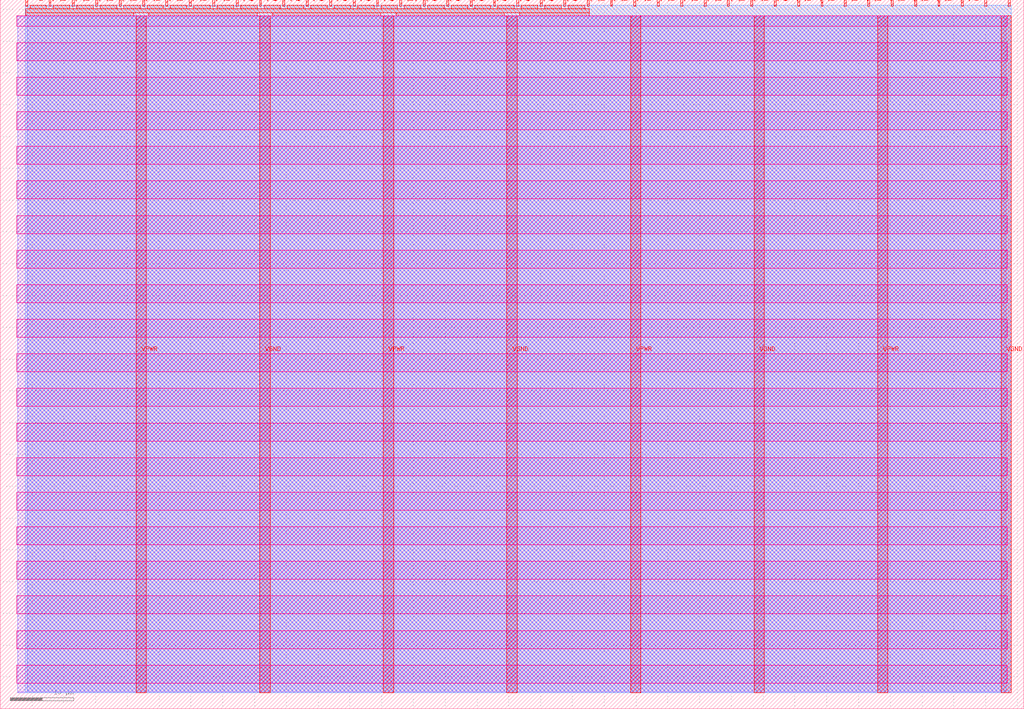
<source format=lef>
VERSION 5.7 ;
  NOWIREEXTENSIONATPIN ON ;
  DIVIDERCHAR "/" ;
  BUSBITCHARS "[]" ;
MACRO tt_um_g3f
  CLASS BLOCK ;
  FOREIGN tt_um_g3f ;
  ORIGIN 0.000 0.000 ;
  SIZE 161.000 BY 111.520 ;
  PIN VGND
    DIRECTION INOUT ;
    USE GROUND ;
    PORT
      LAYER met4 ;
        RECT 40.830 2.480 42.430 109.040 ;
    END
    PORT
      LAYER met4 ;
        RECT 79.700 2.480 81.300 109.040 ;
    END
    PORT
      LAYER met4 ;
        RECT 118.570 2.480 120.170 109.040 ;
    END
    PORT
      LAYER met4 ;
        RECT 157.440 2.480 159.040 109.040 ;
    END
  END VGND
  PIN VPWR
    DIRECTION INOUT ;
    USE POWER ;
    PORT
      LAYER met4 ;
        RECT 21.395 2.480 22.995 109.040 ;
    END
    PORT
      LAYER met4 ;
        RECT 60.265 2.480 61.865 109.040 ;
    END
    PORT
      LAYER met4 ;
        RECT 99.135 2.480 100.735 109.040 ;
    END
    PORT
      LAYER met4 ;
        RECT 138.005 2.480 139.605 109.040 ;
    END
  END VPWR
  PIN clk
    DIRECTION INPUT ;
    USE SIGNAL ;
    PORT
      LAYER met4 ;
        RECT 154.870 110.520 155.170 111.520 ;
    END
  END clk
  PIN ena
    DIRECTION INPUT ;
    USE SIGNAL ;
    PORT
      LAYER met4 ;
        RECT 158.550 110.520 158.850 111.520 ;
    END
  END ena
  PIN rst_n
    DIRECTION INPUT ;
    USE SIGNAL ;
    PORT
      LAYER met4 ;
        RECT 151.190 110.520 151.490 111.520 ;
    END
  END rst_n
  PIN ui_in[0]
    DIRECTION INPUT ;
    USE SIGNAL ;
    PORT
      LAYER met4 ;
        RECT 147.510 110.520 147.810 111.520 ;
    END
  END ui_in[0]
  PIN ui_in[1]
    DIRECTION INPUT ;
    USE SIGNAL ;
    PORT
      LAYER met4 ;
        RECT 143.830 110.520 144.130 111.520 ;
    END
  END ui_in[1]
  PIN ui_in[2]
    DIRECTION INPUT ;
    USE SIGNAL ;
    PORT
      LAYER met4 ;
        RECT 140.150 110.520 140.450 111.520 ;
    END
  END ui_in[2]
  PIN ui_in[3]
    DIRECTION INPUT ;
    USE SIGNAL ;
    PORT
      LAYER met4 ;
        RECT 136.470 110.520 136.770 111.520 ;
    END
  END ui_in[3]
  PIN ui_in[4]
    DIRECTION INPUT ;
    USE SIGNAL ;
    PORT
      LAYER met4 ;
        RECT 132.790 110.520 133.090 111.520 ;
    END
  END ui_in[4]
  PIN ui_in[5]
    DIRECTION INPUT ;
    USE SIGNAL ;
    PORT
      LAYER met4 ;
        RECT 129.110 110.520 129.410 111.520 ;
    END
  END ui_in[5]
  PIN ui_in[6]
    DIRECTION INPUT ;
    USE SIGNAL ;
    PORT
      LAYER met4 ;
        RECT 125.430 110.520 125.730 111.520 ;
    END
  END ui_in[6]
  PIN ui_in[7]
    DIRECTION INPUT ;
    USE SIGNAL ;
    PORT
      LAYER met4 ;
        RECT 121.750 110.520 122.050 111.520 ;
    END
  END ui_in[7]
  PIN uio_in[0]
    DIRECTION INPUT ;
    USE SIGNAL ;
    PORT
      LAYER met4 ;
        RECT 118.070 110.520 118.370 111.520 ;
    END
  END uio_in[0]
  PIN uio_in[1]
    DIRECTION INPUT ;
    USE SIGNAL ;
    PORT
      LAYER met4 ;
        RECT 114.390 110.520 114.690 111.520 ;
    END
  END uio_in[1]
  PIN uio_in[2]
    DIRECTION INPUT ;
    USE SIGNAL ;
    PORT
      LAYER met4 ;
        RECT 110.710 110.520 111.010 111.520 ;
    END
  END uio_in[2]
  PIN uio_in[3]
    DIRECTION INPUT ;
    USE SIGNAL ;
    PORT
      LAYER met4 ;
        RECT 107.030 110.520 107.330 111.520 ;
    END
  END uio_in[3]
  PIN uio_in[4]
    DIRECTION INPUT ;
    USE SIGNAL ;
    PORT
      LAYER met4 ;
        RECT 103.350 110.520 103.650 111.520 ;
    END
  END uio_in[4]
  PIN uio_in[5]
    DIRECTION INPUT ;
    USE SIGNAL ;
    PORT
      LAYER met4 ;
        RECT 99.670 110.520 99.970 111.520 ;
    END
  END uio_in[5]
  PIN uio_in[6]
    DIRECTION INPUT ;
    USE SIGNAL ;
    PORT
      LAYER met4 ;
        RECT 95.990 110.520 96.290 111.520 ;
    END
  END uio_in[6]
  PIN uio_in[7]
    DIRECTION INPUT ;
    USE SIGNAL ;
    ANTENNAGATEAREA 0.196500 ;
    PORT
      LAYER met4 ;
        RECT 92.310 110.520 92.610 111.520 ;
    END
  END uio_in[7]
  PIN uio_oe[0]
    DIRECTION OUTPUT TRISTATE ;
    USE SIGNAL ;
    PORT
      LAYER met4 ;
        RECT 29.750 110.520 30.050 111.520 ;
    END
  END uio_oe[0]
  PIN uio_oe[1]
    DIRECTION OUTPUT TRISTATE ;
    USE SIGNAL ;
    PORT
      LAYER met4 ;
        RECT 26.070 110.520 26.370 111.520 ;
    END
  END uio_oe[1]
  PIN uio_oe[2]
    DIRECTION OUTPUT TRISTATE ;
    USE SIGNAL ;
    PORT
      LAYER met4 ;
        RECT 22.390 110.520 22.690 111.520 ;
    END
  END uio_oe[2]
  PIN uio_oe[3]
    DIRECTION OUTPUT TRISTATE ;
    USE SIGNAL ;
    PORT
      LAYER met4 ;
        RECT 18.710 110.520 19.010 111.520 ;
    END
  END uio_oe[3]
  PIN uio_oe[4]
    DIRECTION OUTPUT TRISTATE ;
    USE SIGNAL ;
    PORT
      LAYER met4 ;
        RECT 15.030 110.520 15.330 111.520 ;
    END
  END uio_oe[4]
  PIN uio_oe[5]
    DIRECTION OUTPUT TRISTATE ;
    USE SIGNAL ;
    PORT
      LAYER met4 ;
        RECT 11.350 110.520 11.650 111.520 ;
    END
  END uio_oe[5]
  PIN uio_oe[6]
    DIRECTION OUTPUT TRISTATE ;
    USE SIGNAL ;
    PORT
      LAYER met4 ;
        RECT 7.670 110.520 7.970 111.520 ;
    END
  END uio_oe[6]
  PIN uio_oe[7]
    DIRECTION OUTPUT TRISTATE ;
    USE SIGNAL ;
    PORT
      LAYER met4 ;
        RECT 3.990 110.520 4.290 111.520 ;
    END
  END uio_oe[7]
  PIN uio_out[0]
    DIRECTION OUTPUT TRISTATE ;
    USE SIGNAL ;
    ANTENNADIFFAREA 0.445500 ;
    PORT
      LAYER met4 ;
        RECT 59.190 110.520 59.490 111.520 ;
    END
  END uio_out[0]
  PIN uio_out[1]
    DIRECTION OUTPUT TRISTATE ;
    USE SIGNAL ;
    ANTENNADIFFAREA 0.445500 ;
    PORT
      LAYER met4 ;
        RECT 55.510 110.520 55.810 111.520 ;
    END
  END uio_out[1]
  PIN uio_out[2]
    DIRECTION OUTPUT TRISTATE ;
    USE SIGNAL ;
    ANTENNADIFFAREA 0.445500 ;
    PORT
      LAYER met4 ;
        RECT 51.830 110.520 52.130 111.520 ;
    END
  END uio_out[2]
  PIN uio_out[3]
    DIRECTION OUTPUT TRISTATE ;
    USE SIGNAL ;
    ANTENNADIFFAREA 0.445500 ;
    PORT
      LAYER met4 ;
        RECT 48.150 110.520 48.450 111.520 ;
    END
  END uio_out[3]
  PIN uio_out[4]
    DIRECTION OUTPUT TRISTATE ;
    USE SIGNAL ;
    ANTENNADIFFAREA 0.445500 ;
    PORT
      LAYER met4 ;
        RECT 44.470 110.520 44.770 111.520 ;
    END
  END uio_out[4]
  PIN uio_out[5]
    DIRECTION OUTPUT TRISTATE ;
    USE SIGNAL ;
    ANTENNADIFFAREA 0.795200 ;
    PORT
      LAYER met4 ;
        RECT 40.790 110.520 41.090 111.520 ;
    END
  END uio_out[5]
  PIN uio_out[6]
    DIRECTION OUTPUT TRISTATE ;
    USE SIGNAL ;
    PORT
      LAYER met4 ;
        RECT 37.110 110.520 37.410 111.520 ;
    END
  END uio_out[6]
  PIN uio_out[7]
    DIRECTION OUTPUT TRISTATE ;
    USE SIGNAL ;
    PORT
      LAYER met4 ;
        RECT 33.430 110.520 33.730 111.520 ;
    END
  END uio_out[7]
  PIN uo_out[0]
    DIRECTION OUTPUT TRISTATE ;
    USE SIGNAL ;
    PORT
      LAYER met4 ;
        RECT 88.630 110.520 88.930 111.520 ;
    END
  END uo_out[0]
  PIN uo_out[1]
    DIRECTION OUTPUT TRISTATE ;
    USE SIGNAL ;
    PORT
      LAYER met4 ;
        RECT 84.950 110.520 85.250 111.520 ;
    END
  END uo_out[1]
  PIN uo_out[2]
    DIRECTION OUTPUT TRISTATE ;
    USE SIGNAL ;
    PORT
      LAYER met4 ;
        RECT 81.270 110.520 81.570 111.520 ;
    END
  END uo_out[2]
  PIN uo_out[3]
    DIRECTION OUTPUT TRISTATE ;
    USE SIGNAL ;
    PORT
      LAYER met4 ;
        RECT 77.590 110.520 77.890 111.520 ;
    END
  END uo_out[3]
  PIN uo_out[4]
    DIRECTION OUTPUT TRISTATE ;
    USE SIGNAL ;
    PORT
      LAYER met4 ;
        RECT 73.910 110.520 74.210 111.520 ;
    END
  END uo_out[4]
  PIN uo_out[5]
    DIRECTION OUTPUT TRISTATE ;
    USE SIGNAL ;
    PORT
      LAYER met4 ;
        RECT 70.230 110.520 70.530 111.520 ;
    END
  END uo_out[5]
  PIN uo_out[6]
    DIRECTION OUTPUT TRISTATE ;
    USE SIGNAL ;
    PORT
      LAYER met4 ;
        RECT 66.550 110.520 66.850 111.520 ;
    END
  END uo_out[6]
  PIN uo_out[7]
    DIRECTION OUTPUT TRISTATE ;
    USE SIGNAL ;
    PORT
      LAYER met4 ;
        RECT 62.870 110.520 63.170 111.520 ;
    END
  END uo_out[7]
  OBS
      LAYER nwell ;
        RECT 2.570 107.385 158.430 108.990 ;
        RECT 2.570 101.945 158.430 104.775 ;
        RECT 2.570 96.505 158.430 99.335 ;
        RECT 2.570 91.065 158.430 93.895 ;
        RECT 2.570 85.625 158.430 88.455 ;
        RECT 2.570 80.185 158.430 83.015 ;
        RECT 2.570 74.745 158.430 77.575 ;
        RECT 2.570 69.305 158.430 72.135 ;
        RECT 2.570 63.865 158.430 66.695 ;
        RECT 2.570 58.425 158.430 61.255 ;
        RECT 2.570 52.985 158.430 55.815 ;
        RECT 2.570 47.545 158.430 50.375 ;
        RECT 2.570 42.105 158.430 44.935 ;
        RECT 2.570 36.665 158.430 39.495 ;
        RECT 2.570 31.225 158.430 34.055 ;
        RECT 2.570 25.785 158.430 28.615 ;
        RECT 2.570 20.345 158.430 23.175 ;
        RECT 2.570 14.905 158.430 17.735 ;
        RECT 2.570 9.465 158.430 12.295 ;
        RECT 2.570 4.025 158.430 6.855 ;
      LAYER li1 ;
        RECT 2.760 2.635 158.240 108.885 ;
      LAYER met1 ;
        RECT 2.760 2.480 159.040 109.040 ;
      LAYER met2 ;
        RECT 4.230 2.535 159.010 110.685 ;
      LAYER met3 ;
        RECT 3.950 2.555 159.030 110.665 ;
      LAYER met4 ;
        RECT 4.690 110.120 7.270 110.665 ;
        RECT 8.370 110.120 10.950 110.665 ;
        RECT 12.050 110.120 14.630 110.665 ;
        RECT 15.730 110.120 18.310 110.665 ;
        RECT 19.410 110.120 21.990 110.665 ;
        RECT 23.090 110.120 25.670 110.665 ;
        RECT 26.770 110.120 29.350 110.665 ;
        RECT 30.450 110.120 33.030 110.665 ;
        RECT 34.130 110.120 36.710 110.665 ;
        RECT 37.810 110.120 40.390 110.665 ;
        RECT 41.490 110.120 44.070 110.665 ;
        RECT 45.170 110.120 47.750 110.665 ;
        RECT 48.850 110.120 51.430 110.665 ;
        RECT 52.530 110.120 55.110 110.665 ;
        RECT 56.210 110.120 58.790 110.665 ;
        RECT 59.890 110.120 62.470 110.665 ;
        RECT 63.570 110.120 66.150 110.665 ;
        RECT 67.250 110.120 69.830 110.665 ;
        RECT 70.930 110.120 73.510 110.665 ;
        RECT 74.610 110.120 77.190 110.665 ;
        RECT 78.290 110.120 80.870 110.665 ;
        RECT 81.970 110.120 84.550 110.665 ;
        RECT 85.650 110.120 88.230 110.665 ;
        RECT 89.330 110.120 91.910 110.665 ;
        RECT 3.975 109.440 92.625 110.120 ;
        RECT 3.975 108.975 20.995 109.440 ;
        RECT 23.395 108.975 40.430 109.440 ;
        RECT 42.830 108.975 59.865 109.440 ;
        RECT 62.265 108.975 79.300 109.440 ;
        RECT 81.700 108.975 92.625 109.440 ;
  END
END tt_um_g3f
END LIBRARY


</source>
